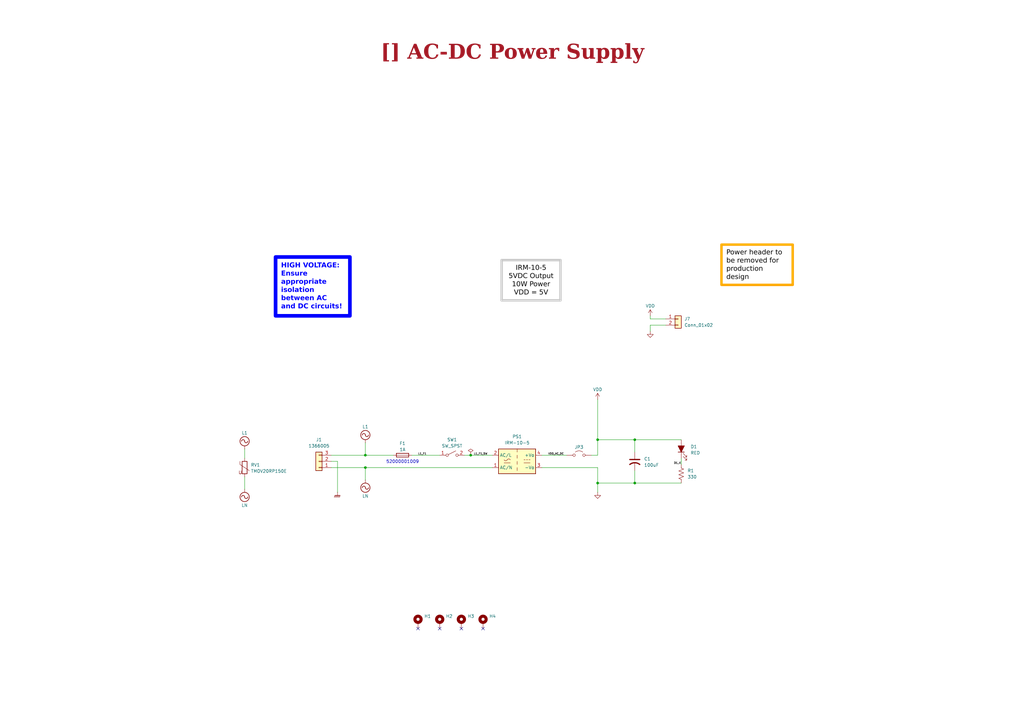
<source format=kicad_sch>
(kicad_sch (version 20250114) (generator "eeschema") (generator_version "9.0")
  (paper "A3")
  (title_block (title "AC-DC Power Supply") (date "2025-09-09") (rev "${REVISION}") (company "${COMPANY}"))
  (lib_symbols
    (symbol "Connector_Generic:Conn_01x02" (pin_names (offset 1.016) (hide yes))
      (property "Reference" "J" (at 0 2.54 0))
      (property "Value" "Conn_01x02" (at 0 -5.08 0))
      (symbol "Conn_01x02_1_1"
        (rectangle (start -1.27 1.27) (end 1.27 -3.81) (stroke (width 0.254)) (fill (type background)))
        (rectangle (start -1.27 0.127) (end 0 -0.127) (stroke (width 0.1524)))
        (rectangle (start -1.27 -2.413) (end 0 -2.667) (stroke (width 0.1524)))
        (pin passive line (at -5.08 0 0) (length 3.81) (name "Pin_1") (number "1"))
        (pin passive line (at -5.08 -2.54 0) (length 3.81) (name "Pin_2") (number "2"))
      )
    )
    (symbol "Connector_Generic:Conn_01x03" (pin_names (offset 1.016) (hide yes))
      (property "Reference" "J" (at 0 5.08 0))
      (property "Value" "Conn_01x03" (at 0 -5.08 0))
      (symbol "Conn_01x03_1_1"
        (rectangle (start -1.27 3.81) (end 1.27 -3.81) (stroke (width 0.254)) (fill (type background)))
        (rectangle (start -1.27 2.667) (end 0 2.413) (stroke (width 0.1524)))
        (rectangle (start -1.27 0.127) (end 0 -0.127) (stroke (width 0.1524)))
        (rectangle (start -1.27 -2.413) (end 0 -2.667) (stroke (width 0.1524)))
        (pin passive line (at -5.08 2.54 0) (length 3.81) (name "Pin_1") (number "1"))
        (pin passive line (at -5.08 0 0) (length 3.81) (name "Pin_2") (number "2"))
        (pin passive line (at -5.08 -2.54 0) (length 3.81) (name "Pin_3") (number "3"))
      )
    )
    (symbol "Converter_ACDC:IRM-10-5"
      (property "Reference" "PS" (at 0 6.35 0))
      (property "Value" "IRM-10-5" (at 0 -6.35 0))
      (symbol "IRM-10-5_0_1"
        (rectangle (start -7.62 5.08) (end 7.62 -5.08) (stroke (width 0.254)) (fill (type background)))
        (polyline (pts (xy -5.334 -0.635) (xy -2.794 -0.635)))
        (arc (start -4.064 0.635) (mid -4.699 0.2495) (end -5.334 0.635))
        (arc (start -4.064 0.635) (mid -3.429 1.0072) (end -2.794 0.635))
        (polyline (pts (xy 0 5.08) (xy 0 3.81)))
        (polyline (pts (xy 0 2.54) (xy 0 1.27)))
        (polyline (pts (xy 0 0) (xy 0 -1.27)))
        (polyline (pts (xy 0 -2.54) (xy 0 -3.81)))
        (polyline (pts (xy 2.794 0.635) (xy 3.302 0.635)))
        (polyline (pts (xy 2.794 -0.635) (xy 5.334 -0.635)))
        (polyline (pts (xy 3.81 0.635) (xy 4.318 0.635)))
        (polyline (pts (xy 4.826 0.635) (xy 5.334 0.635)))
      )
      (symbol "IRM-10-5_1_1"
        (pin power_in line (at -10.16 2.54 0) (length 2.54) (name "AC/L") (number "2"))
        (pin power_in line (at -10.16 -2.54 0) (length 2.54) (name "AC/N") (number "1"))
        (pin power_out line (at 10.16 2.54 180) (length 2.54) (name "+Vo") (number "4"))
        (pin power_out line (at 10.16 -2.54 180) (length 2.54) (name "-Vo") (number "3"))
      )
    )
    (symbol "Device:C_US" (pin_numbers (hide yes)) (pin_names (offset 0.254) (hide yes))
      (property "Reference" "C" (at 0.635 2.54 0))
      (property "Value" "C_US" (at 0.635 -2.54 0))
      (symbol "C_US_0_1"
        (polyline (pts (xy -2.032 0.762) (xy 2.032 0.762)) (stroke (width 0.508)))
        (arc (start -2.032 -1.27) (mid 0 -0.5572) (end 2.032 -1.27) (stroke (width 0.508)))
      )
      (symbol "C_US_1_1"
        (pin passive line (at 0 3.81 270) (length 2.794) (name "~") (number "1"))
        (pin passive line (at 0 -3.81 90) (length 3.302) (name "~") (number "2"))
      )
    )
    (symbol "Device:Fuse" (pin_numbers (hide yes)) (pin_names (offset 0))
      (property "Reference" "F" (at 2.032 0 90))
      (property "Value" "Fuse" (at -1.905 0 90))
      (symbol "Fuse_0_1"
        (rectangle (start -0.762 -2.54) (end 0.762 2.54) (stroke (width 0.254)))
        (polyline (pts (xy 0 2.54) (xy 0 -2.54)))
      )
      (symbol "Fuse_1_1"
        (pin passive line (at 0 3.81 270) (length 1.27) (name "~") (number "1"))
        (pin passive line (at 0 -3.81 90) (length 1.27) (name "~") (number "2"))
      )
    )
    (symbol "Device:LED_Filled" (pin_numbers (hide yes)) (pin_names (offset 1.016) (hide yes))
      (property "Reference" "D" (at 0 2.54 0))
      (property "Value" "LED_Filled" (at 0 -2.54 0))
      (property "Sim.Pins" "1=K 2=A" (at 0 0 0))
      (symbol "LED_Filled_0_1"
        (polyline (pts (xy -3.048 -0.762) (xy -4.572 -2.286) (xy -3.81 -2.286) (xy -4.572 -2.286) (xy -4.572 -1.524)))
        (polyline (pts (xy -1.778 -0.762) (xy -3.302 -2.286) (xy -2.54 -2.286) (xy -3.302 -2.286) (xy -3.302 -1.524)))
        (polyline (pts (xy -1.27 0) (xy 1.27 0)))
        (polyline (pts (xy -1.27 -1.27) (xy -1.27 1.27)) (stroke (width 0.254)))
        (polyline (pts (xy 1.27 -1.27) (xy 1.27 1.27) (xy -1.27 0) (xy 1.27 -1.27)) (stroke (width 0.254)) (fill (type outline)))
      )
      (symbol "LED_Filled_1_1"
        (pin passive line (at -3.81 0 0) (length 2.54) (name "K") (number "1"))
        (pin passive line (at 3.81 0 180) (length 2.54) (name "A") (number "2"))
      )
    )
    (symbol "Device:R_US" (pin_numbers (hide yes)) (pin_names (offset 0))
      (property "Reference" "R" (at 2.54 0 90))
      (property "Value" "R_US" (at -2.54 0 90))
      (symbol "R_US_0_1"
        (polyline (pts (xy 0 2.286) (xy 0 2.54)))
        (polyline (pts (xy 0 2.286) (xy 1.016 1.905) (xy 0 1.524) (xy -1.016 1.143) (xy 0 0.762)))
        (polyline (pts (xy 0 0.762) (xy 1.016 0.381) (xy 0 0) (xy -1.016 -0.381) (xy 0 -0.762)))
        (polyline (pts (xy 0 -0.762) (xy 1.016 -1.143) (xy 0 -1.524) (xy -1.016 -1.905) (xy 0 -2.286)))
        (polyline (pts (xy 0 -2.286) (xy 0 -2.54)))
      )
      (symbol "R_US_1_1"
        (pin passive line (at 0 3.81 270) (length 1.27) (name "~") (number "1"))
        (pin passive line (at 0 -3.81 90) (length 1.27) (name "~") (number "2"))
      )
    )
    (symbol "Device:Varistor" (pin_numbers (hide yes)) (pin_names (offset 0))
      (property "Reference" "RV" (at 3.175 0 90))
      (property "Value" "Varistor" (at -3.175 0 90))
      (symbol "Varistor_0_0"
        (text "U" (at -1.778 -2.032 0) (effects (font (size 1.27 1.27))))
      )
      (symbol "Varistor_0_1"
        (polyline (pts (xy -1.905 2.54) (xy -1.905 1.27) (xy 1.905 -1.27)))
        (rectangle (start -1.016 -2.54) (end 1.016 2.54) (stroke (width 0.254)))
      )
      (symbol "Varistor_1_1"
        (pin passive line (at 0 3.81 270) (length 1.27) (name "~") (number "1"))
        (pin passive line (at 0 -3.81 90) (length 1.27) (name "~") (number "2"))
      )
    )
    (symbol "Jumper:Jumper_2_Open" (pin_numbers (hide yes)) (pin_names (offset 0) (hide yes))
      (property "Reference" "JP" (at 0 2.794 0))
      (property "Value" "Jumper_2_Open" (at 0 -2.286 0))
      (symbol "Jumper_2_Open_0_0"
        (circle (center -2.032 0) (radius 0.508))
        (circle (center 2.032 0) (radius 0.508))
      )
      (symbol "Jumper_2_Open_0_1"
        (arc (start -1.524 1.27) (mid 0 1.778) (end 1.524 1.27))
      )
      (symbol "Jumper_2_Open_1_1"
        (pin passive line (at -5.08 0 0) (length 2.54) (name "A") (number "1"))
        (pin passive line (at 5.08 0 180) (length 2.54) (name "B") (number "2"))
      )
    )
    (symbol "Mechanical:MountingHole_Pad" (pin_numbers (hide yes)) (pin_names (offset 1.016) (hide yes)) (in_bom no)
      (property "Reference" "H" (at 0 6.35 0))
      (property "Value" "MountingHole_Pad" (at 0 4.445 0))
      (symbol "MountingHole_Pad_0_1"
        (circle (center 0 1.27) (radius 1.27) (stroke (width 1.27)))
      )
      (symbol "MountingHole_Pad_1_1"
        (pin input line (at 0 -2.54 90) (length 2.54) (name "1") (number "1"))
      )
    )
    (symbol "Switch:SW_SPST" (pin_names (offset 0) (hide yes))
      (property "Reference" "SW" (at 0 3.175 0))
      (property "Value" "SW_SPST" (at 0 -2.54 0))
      (symbol "SW_SPST_0_0"
        (circle (center -2.032 0) (radius 0.508))
        (polyline (pts (xy -1.524 0.254) (xy 1.524 1.778)))
        (circle (center 2.032 0) (radius 0.508))
      )
      (symbol "SW_SPST_1_1"
        (pin passive line (at -5.08 0 0) (length 2.54) (name "A") (number "1"))
        (pin passive line (at 5.08 0 180) (length 2.54) (name "B") (number "2"))
      )
    )
    (symbol "power:AC" (power) (pin_numbers (hide yes)) (pin_names (offset 0) (hide yes))
      (property "Value" "AC" (at 0 6.35 0))
      (symbol "AC_0_1"
        (arc (start -1.27 3.175) (mid -0.635 3.8073) (end 0 3.175) (stroke (width 0.254)))
        (circle (center 0 3.175) (radius 1.905) (stroke (width 0.254)))
        (polyline (pts (xy 0 0) (xy 0 1.27)))
        (arc (start 1.27 3.175) (mid 0.635 2.5427) (end 0 3.175) (stroke (width 0.254)))
      )
      (symbol "AC_1_1"
        (pin power_in line (at 0 0 90) (length 0) (name "~") (number "1"))
      )
    )
    (symbol "power:GND" (power) (pin_numbers (hide yes)) (pin_names (offset 0) (hide yes))
      (property "Value" "GND" (at 0 -3.81 0))
      (symbol "GND_0_1"
        (polyline (pts (xy 0 0) (xy 0 -1.27) (xy 1.27 -1.27) (xy 0 -2.54) (xy -1.27 -1.27) (xy 0 -1.27)))
      )
      (symbol "GND_1_1"
        (pin power_in line (at 0 0 270) (length 0) (name "~") (number "1"))
      )
    )
    (symbol "power:GNDPWR" (power) (pin_numbers (hide yes)) (pin_names (offset 0) (hide yes))
      (property "Value" "GNDPWR" (at 0 -3.302 0))
      (symbol "GNDPWR_0_1"
        (polyline (pts (xy -1.016 -1.27) (xy -1.27 -2.032) (xy -1.27 -2.032)) (stroke (width 0.2032)))
        (polyline (pts (xy -0.508 -1.27) (xy -0.762 -2.032) (xy -0.762 -2.032)) (stroke (width 0.2032)))
        (polyline (pts (xy 0 -1.27) (xy 0 0)))
        (polyline (pts (xy 0 -1.27) (xy -0.254 -2.032) (xy -0.254 -2.032)) (stroke (width 0.2032)))
        (polyline (pts (xy 0.508 -1.27) (xy 0.254 -2.032) (xy 0.254 -2.032)) (stroke (width 0.2032)))
        (polyline (pts (xy 1.016 -1.27) (xy -1.016 -1.27) (xy -1.016 -1.27)) (stroke (width 0.2032)))
        (polyline (pts (xy 1.016 -1.27) (xy 0.762 -2.032) (xy 0.762 -2.032) (xy 0.762 -2.032)) (stroke (width 0.2032)))
      )
      (symbol "GNDPWR_1_1"
        (pin power_in line (at 0 0 270) (length 0) (name "~") (number "1"))
      )
    )
    (symbol "power:PWR_FLAG" (power) (pin_numbers (hide yes)) (pin_names (offset 0) (hide yes))
      (property "Value" "PWR_FLAG" (at 0 3.81 0))
      (symbol "PWR_FLAG_0_0"
        (pin power_out line (at 0 0 90) (length 0) (name "~") (number "1"))
      )
      (symbol "PWR_FLAG_0_1"
        (polyline (pts (xy 0 0) (xy 0 1.27) (xy -1.016 1.905) (xy 0 2.54) (xy 1.016 1.905) (xy 0 1.27)))
      )
    )
    (symbol "power:VDD" (power) (pin_numbers (hide yes)) (pin_names (offset 0) (hide yes))
      (property "Value" "VDD" (at 0 3.556 0))
      (symbol "VDD_0_1"
        (polyline (pts (xy -0.762 1.27) (xy 0 2.54)))
        (polyline (pts (xy 0 2.54) (xy 0.762 1.27)))
        (polyline (pts (xy 0 0) (xy 0 2.54)))
      )
      (symbol "VDD_1_1"
        (pin power_in line (at 0 0 90) (length 0) (name "~") (number "1"))
      )
    )
  )
  (text "52000001009" (at 165.1 189.484 0) (effects (font (size 1.27 1.27))))
  (text_box "IRM-10-5\n5VDC Output\n10W Power\nVDD = 5V" (at 205.74 106.68 0) (size 24.13 16.51) (margins 2 2 2 2) (stroke (width 1) (color 200 200 200 1)) (effects (font (size 2 2)) (justify top)))
  (text_box "Power header to be removed for production design" (at 295.91 100.33 0) (size 29.21 16.51) (margins 2 2 2 2) (stroke (width 1) (color 255 165 0 1)) (effects (font (size 2 2)) (justify left top)))
  (text_box "[${#}] ${TITLE}" (at 10.16 15.24 0) (size 400.05 12.7) (margins 4.4999 4.4999 4.4999 4.4999) (stroke (width -0.0001)) (effects (font (size 6 6) (thickness 1.2) (bold yes))))
  (text_box "HIGH VOLTAGE:\nEnsure appropriate isolation between AC and DC circuits!" (at 113.03 105.41 0) (size 30.48 24.13) (margins 2.25 2.25 2.25 2.25) (stroke (width 1.5) (color 0 0 255 1)) (effects (font (size 2 2) (thickness 0.4) (bold yes)) (justify left top)))
  (junction (at 149.86 191.77))
  (junction (at 260.35 198.12))
  (junction (at 149.86 186.69))
  (junction (at 245.11 180.34))
  (junction (at 260.35 180.34))
  (junction (at 193.04 186.69))
  (junction (at 245.11 198.12))
  (no_connect (at 171.45 257.81))
  (no_connect (at 198.12 257.81))
  (no_connect (at 180.34 257.81))
  (no_connect (at 189.23 257.81))
  (wire (pts (xy 245.11 198.12) (xy 260.35 198.12)))
  (wire (pts (xy 260.35 198.12) (xy 260.35 193.04)))
  (wire (pts (xy 222.25 191.77) (xy 245.11 191.77)))
  (wire (pts (xy 193.04 186.69) (xy 201.93 186.69)))
  (wire (pts (xy 245.11 163.83) (xy 245.11 180.34)))
  (wire (pts (xy 266.7 130.81) (xy 273.05 130.81)))
  (wire (pts (xy 149.86 191.77) (xy 201.93 191.77)))
  (wire (pts (xy 266.7 133.35) (xy 273.05 133.35)))
  (wire (pts (xy 245.11 198.12) (xy 245.11 201.93)))
  (wire (pts (xy 260.35 180.34) (xy 245.11 180.34)))
  (wire (pts (xy 279.4 187.96) (xy 279.4 190.5)))
  (wire (pts (xy 138.43 201.93) (xy 138.43 189.23)))
  (wire (pts (xy 245.11 180.34) (xy 245.11 186.69)))
  (wire (pts (xy 260.35 180.34) (xy 279.4 180.34)))
  (wire (pts (xy 138.43 189.23) (xy 135.89 189.23)))
  (wire (pts (xy 100.33 195.58) (xy 100.33 200.66)))
  (wire (pts (xy 149.86 181.61) (xy 149.86 186.69)))
  (wire (pts (xy 149.86 191.77) (xy 149.86 196.85)))
  (wire (pts (xy 242.57 186.69) (xy 245.11 186.69)))
  (wire (pts (xy 222.25 186.69) (xy 232.41 186.69)))
  (wire (pts (xy 260.35 185.42) (xy 260.35 180.34)))
  (wire (pts (xy 135.89 186.69) (xy 149.86 186.69)))
  (wire (pts (xy 168.91 186.69) (xy 180.34 186.69)))
  (wire (pts (xy 266.7 135.89) (xy 266.7 133.35)))
  (wire (pts (xy 190.5 186.69) (xy 193.04 186.69)))
  (wire (pts (xy 260.35 198.12) (xy 279.4 198.12)))
  (wire (pts (xy 266.7 129.54) (xy 266.7 130.81)))
  (wire (pts (xy 245.11 191.77) (xy 245.11 198.12)))
  (wire (pts (xy 135.89 191.77) (xy 149.86 191.77)))
  (wire (pts (xy 100.33 184.15) (xy 100.33 187.96)))
  (wire (pts (xy 149.86 186.69) (xy 161.29 186.69)))
  (label "L1_F1" (at 171.45 186.69 0) (effects (font (size 0.762 0.762))))
  (label "D1_K" (at 279.4 190.5 180) (effects (font (size 0.762 0.762))))
  (label "L1_F1_SW" (at 194.31 186.69 0) (effects (font (size 0.762 0.762))))
  (label "VDD_AC_DC" (at 224.79 186.69 0) (effects (font (size 0.762 0.762))))
  (symbol (lib_id "Connector_Generic:Conn_01x02") (at 278.13 130.81 0) (unit 1)
    (property "Reference" "J7" (at 280.67 130.8099 0) (effects (justify left)))
    (property "Value" "Conn_01x02" (at 280.67 133.3499 0) (effects (justify left)))
    (property "Footprint" "TerminalBlock_Phoenix:TerminalBlock_Phoenix_MKDS-1,5-2-5.08_1x02_P5.08mm_Horizontal" (effects (hide yes)))
    (property "Description" "Generic connector, single row, 01x02, script generated (kicad-library-utils/schlib/autogen/connector/)" (effects (hide yes)))
  )
  (symbol (lib_id "Mechanical:MountingHole_Pad") (at 198.12 255.27 0) (unit 1) (in_bom no)
    (property "Reference" "H4" (at 200.66 252.7299 0) (effects (justify left)))
    (property "Value" "MountingHole_Pad" (effects (hide yes)))
    (property "Footprint" "MountingHole:MountingHole_2.5mm" (effects (hide yes)))
    (property "Description" "Mounting Hole with connection" (effects (hide yes)))
  )
  (symbol (lib_id "Device:C_US") (at 260.35 189.23 0) (unit 1)
    (property "Reference" "C1" (at 264.16 188.2139 0) (effects (justify left)))
    (property "Value" "100uF" (at 264.16 190.7539 0) (effects (justify left)))
    (property "Footprint" "Capacitor_THT:C_Radial_D5.0mm_H5.0mm_P2.00mm" (effects (hide yes)))
    (property "Description" "capacitor, US symbol" (effects (hide yes)))
  )
  (symbol (lib_id "Connector_Generic:Conn_01x03") (at 130.81 189.23 180) (unit 1)
    (property "Reference" "J1" (at 130.81 180.34 0))
    (property "Value" "1366005" (at 130.81 182.88 0))
    (property "Footprint" "PhoenixContact_SPTA:SPTA-THR 2.53-5.0 P26" (effects (hide yes)))
    (property "Description" "Generic connector, single row, 01x03, script generated (kicad-library-utils/schlib/autogen/connector/)" (effects (hide yes)))
  )
  (symbol (lib_id "power:AC") (at 149.86 181.61 0) (unit 1)
    (property "Reference" "#PWR04" (effects (hide yes)))
    (property "Value" "L1" (at 149.86 175.006 0))
    (property "Description" "Power symbol creates a global label with name \"AC\"" (effects (hide yes)))
  )
  (symbol (lib_id "Jumper:Jumper_2_Open") (at 237.49 186.69 0) (unit 1)
    (property "Reference" "JP3" (at 237.49 183.388 0))
    (property "Value" "Jumper_2_Open" (effects (hide yes)))
    (property "Footprint" "Connector_PinHeader_2.54mm:PinHeader_1x02_P2.54mm_Vertical" (effects (hide yes)))
    (property "Description" "Jumper, 2-pole, open" (effects (hide yes)))
  )
  (symbol (lib_id "power:AC") (at 100.33 184.15 0) (unit 1)
    (property "Reference" "#PWR011" (effects (hide yes)))
    (property "Value" "L1" (at 100.33 177.546 0))
    (property "Description" "Power symbol creates a global label with name \"AC\"" (effects (hide yes)))
  )
  (symbol (lib_id "power:GNDPWR") (at 138.43 201.93 0) (unit 1)
    (property "Reference" "#PWR01" (effects (hide yes)))
    (property "Value" "GNDPWR" (effects (hide yes)))
    (property "Description" "Power symbol creates a global label with name \"GNDPWR\" , global ground" (effects (hide yes)))
  )
  (symbol (lib_id "Device:R_US") (at 279.4 194.31 0) (unit 1)
    (property "Reference" "R1" (at 281.94 193.0399 0) (effects (justify left)))
    (property "Value" "330" (at 281.94 195.5799 0) (effects (justify left)))
    (property "Footprint" "Resistor_SMD:R_0603_1608Metric_Pad0.98x0.95mm_HandSolder" (effects (hide yes)))
    (property "Description" "Resistor, US symbol" (effects (hide yes)))
  )
  (symbol (lib_id "Mechanical:MountingHole_Pad") (at 180.34 255.27 0) (unit 1) (in_bom no)
    (property "Reference" "H2" (at 182.88 252.7299 0) (effects (justify left)))
    (property "Value" "MountingHole_Pad" (effects (hide yes)))
    (property "Footprint" "MountingHole:MountingHole_2.5mm" (effects (hide yes)))
    (property "Description" "Mounting Hole with connection" (effects (hide yes)))
  )
  (symbol (lib_id "power:AC") (at 149.86 196.85 180) (unit 1)
    (property "Reference" "#PWR02" (effects (hide yes)))
    (property "Value" "LN" (at 149.86 203.454 0))
    (property "Description" "Power symbol creates a global label with name \"AC\"" (effects (hide yes)))
  )
  (symbol (lib_id "Switch:SW_SPST") (at 185.42 186.69 0) (unit 1)
    (property "Reference" "SW1" (at 185.42 180.34 0))
    (property "Value" "SW_SPST" (at 185.42 182.88 0))
    (property "Footprint" "TerminalBlock_Phoenix:TerminalBlock_Phoenix_MKDS-1,5-2-5.08_1x02_P5.08mm_Horizontal" (effects (hide yes)))
    (property "Description" "Single Pole Single Throw (SPST) switch" (effects (hide yes)))
  )
  (symbol (lib_id "power:PWR_FLAG") (at 193.04 186.69 0) (unit 1)
    (property "Reference" "#FLG01" (effects (hide yes)))
    (property "Value" "PWR_FLAG" (effects (hide yes)))
    (property "Description" "Special symbol for telling ERC where power comes from" (effects (hide yes)))
  )
  (symbol (lib_id "Converter_ACDC:IRM-10-5") (at 212.09 189.23 0) (unit 1)
    (property "Reference" "PS1" (at 212.09 179.07 0))
    (property "Value" "IRM-10-5" (at 212.09 181.61 0))
    (property "Footprint" "Converter_ACDC:Converter_ACDC_MeanWell_IRM-10-xx_THT" (effects (hide yes)))
    (property "Datasheet" "https://www.meanwell.com/Upload/PDF/IRM-10/IRM-10-SPEC.PDF" (effects (hide yes)))
    (property "Description" "5V, 2A, 10W, Isolated, AC-DC, 222A(IRM10)" (effects (hide yes)))
  )
  (symbol (lib_id "Device:LED_Filled") (at 279.4 184.15 90) (unit 1)
    (property "Reference" "D1" (at 283.21 183.1974 90) (effects (justify right)))
    (property "Value" "RED" (at 283.21 185.7374 90) (effects (justify right)))
    (property "Footprint" "LED_SMD:LED_0603_1608Metric_Pad1.05x0.95mm_HandSolder" (effects (hide yes)))
    (property "Description" "Light emitting diode, filled shape" (effects (hide yes)))
  )
  (symbol (lib_id "power:VDD") (at 266.7 129.54 0) (unit 1)
    (property "Reference" "#PWR031" (effects (hide yes)))
    (property "Value" "VDD" (at 266.7 125.476 0))
    (property "Description" "Power symbol creates a global label with name \"VDD\"" (effects (hide yes)))
  )
  (symbol (lib_id "power:VDD") (at 245.11 163.83 0) (unit 1)
    (property "Reference" "#PWR03" (effects (hide yes)))
    (property "Value" "VDD" (at 245.11 159.766 0))
    (property "Description" "Power symbol creates a global label with name \"VDD\"" (effects (hide yes)))
  )
  (symbol (lib_id "power:AC") (at 100.33 200.66 180) (unit 1)
    (property "Reference" "#PWR029" (effects (hide yes)))
    (property "Value" "LN" (at 100.33 207.264 0))
    (property "Description" "Power symbol creates a global label with name \"AC\"" (effects (hide yes)))
  )
  (symbol (lib_id "Mechanical:MountingHole_Pad") (at 171.45 255.27 0) (unit 1) (in_bom no)
    (property "Reference" "H1" (at 173.99 252.7299 0) (effects (justify left)))
    (property "Value" "MountingHole_Pad" (effects (hide yes)))
    (property "Footprint" "MountingHole:MountingHole_2.5mm" (effects (hide yes)))
    (property "Description" "Mounting Hole with connection" (effects (hide yes)))
  )
  (symbol (lib_id "Device:Fuse") (at 165.1 186.69 90) (unit 1)
    (property "Reference" "F1" (at 165.1 181.864 90))
    (property "Value" "1A" (at 165.1 184.404 90))
    (property "Footprint" "Fuse:Fuseholder_Clip-5x20mm_Littelfuse_100_Inline_P20.50x4.60mm_D1.30mm_Horizontal" (effects (hide yes)))
    (property "Description" "Fuse" (effects (hide yes)))
  )
  (symbol (lib_id "power:GND") (at 266.7 135.89 0) (unit 1)
    (property "Reference" "#PWR032" (effects (hide yes)))
    (property "Value" "GND" (effects (hide yes)))
    (property "Description" "Power symbol creates a global label with name \"GND\" , ground" (effects (hide yes)))
  )
  (symbol (lib_id "Mechanical:MountingHole_Pad") (at 189.23 255.27 0) (unit 1) (in_bom no)
    (property "Reference" "H3" (at 191.77 252.7299 0) (effects (justify left)))
    (property "Value" "MountingHole_Pad" (effects (hide yes)))
    (property "Footprint" "MountingHole:MountingHole_2.5mm" (effects (hide yes)))
    (property "Description" "Mounting Hole with connection" (effects (hide yes)))
  )
  (symbol (lib_id "power:GND") (at 245.11 201.93 0) (unit 1)
    (property "Reference" "#PWR05" (effects (hide yes)))
    (property "Value" "GND" (effects (hide yes)))
    (property "Description" "Power symbol creates a global label with name \"GND\" , ground" (effects (hide yes)))
  )
  (symbol (lib_id "Device:Varistor") (at 100.33 191.77 0) (unit 1)
    (property "Reference" "RV1" (at 102.87 190.6932 0) (effects (justify left)))
    (property "Value" "TMOV20RP150E" (at 102.87 193.2332 0) (effects (justify left)))
    (property "Footprint" "TMOV20RP150E:TMOV20RP150E" (effects (hide yes)))
    (property "Description" "Voltage dependent resistor" (effects (hide yes)))
    (property "Sim.Name" "kicad_builtin_varistor" (effects (hide yes)))
    (property "Sim.Device" "SUBCKT" (effects (hide yes)))
    (property "Sim.Pins" "1=A 2=B" (effects (hide yes)))
    (property "Sim.Params" "threshold=1k" (effects (hide yes)))
    (property "Sim.Library" "${KICAD9_SYMBOL_DIR}/Simulation_SPICE.sp" (effects (hide yes)))
  )
)
</source>
